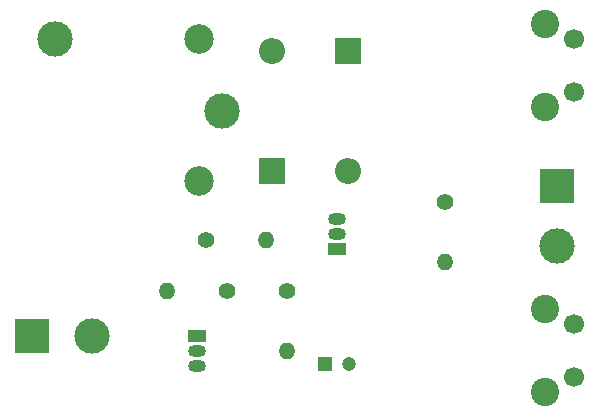
<source format=gbr>
%TF.GenerationSoftware,KiCad,Pcbnew,6.0.11+dfsg-1*%
%TF.CreationDate,2023-09-10T04:50:12+01:00*%
%TF.ProjectId,latch,6c617463-682e-46b6-9963-61645f706362,rev?*%
%TF.SameCoordinates,Original*%
%TF.FileFunction,Soldermask,Bot*%
%TF.FilePolarity,Negative*%
%FSLAX46Y46*%
G04 Gerber Fmt 4.6, Leading zero omitted, Abs format (unit mm)*
G04 Created by KiCad (PCBNEW 6.0.11+dfsg-1) date 2023-09-10 04:50:12*
%MOMM*%
%LPD*%
G01*
G04 APERTURE LIST*
%ADD10C,1.400000*%
%ADD11O,1.400000X1.400000*%
%ADD12R,2.200000X2.200000*%
%ADD13O,2.200000X2.200000*%
%ADD14C,2.400000*%
%ADD15C,1.700000*%
%ADD16C,3.000000*%
%ADD17C,2.500000*%
%ADD18R,1.500000X1.050000*%
%ADD19O,1.500000X1.050000*%
%ADD20R,1.200000X1.200000*%
%ADD21C,1.200000*%
%ADD22R,3.000000X3.000000*%
G04 APERTURE END LIST*
D10*
%TO.C,R2*%
X125730000Y-97790000D03*
D11*
X120650000Y-97790000D03*
%TD*%
D12*
%TO.C,D2*%
X129540000Y-87630000D03*
D13*
X129540000Y-77470000D03*
%TD*%
D14*
%TO.C,SW2*%
X152635000Y-82239999D03*
X152635000Y-75239999D03*
D15*
X155135000Y-76489999D03*
X155135000Y-80989999D03*
%TD*%
D16*
%TO.C,K1*%
X125340000Y-82550000D03*
D17*
X123390000Y-76500000D03*
D16*
X111190000Y-76500000D03*
D17*
X123390000Y-88500000D03*
%TD*%
D12*
%TO.C,D1*%
X135970000Y-77470000D03*
D13*
X135970000Y-87630000D03*
%TD*%
D18*
%TO.C,Q1*%
X135068648Y-94232117D03*
D19*
X135068648Y-92962117D03*
X135068648Y-91692117D03*
%TD*%
D10*
%TO.C,R1*%
X144230000Y-90290000D03*
D11*
X144230000Y-95370000D03*
%TD*%
D20*
%TO.C,C1*%
X134040000Y-104030000D03*
D21*
X136040000Y-104030000D03*
%TD*%
D14*
%TO.C,SW1*%
X152635000Y-99369998D03*
X152635000Y-106369998D03*
D15*
X155135000Y-100619998D03*
X155135000Y-105119998D03*
%TD*%
D22*
%TO.C,J1*%
X109220000Y-101600000D03*
D16*
X114300000Y-101600000D03*
%TD*%
D22*
%TO.C,J2*%
X153670000Y-88900000D03*
D16*
X153670000Y-93980000D03*
%TD*%
D10*
%TO.C,R4*%
X130810000Y-97790000D03*
D11*
X130810000Y-102870000D03*
%TD*%
D18*
%TO.C,Q2*%
X123190000Y-101600000D03*
D19*
X123190000Y-102870000D03*
X123190000Y-104140000D03*
%TD*%
D10*
%TO.C,R3*%
X123930000Y-93510000D03*
D11*
X129010000Y-93510000D03*
%TD*%
M02*

</source>
